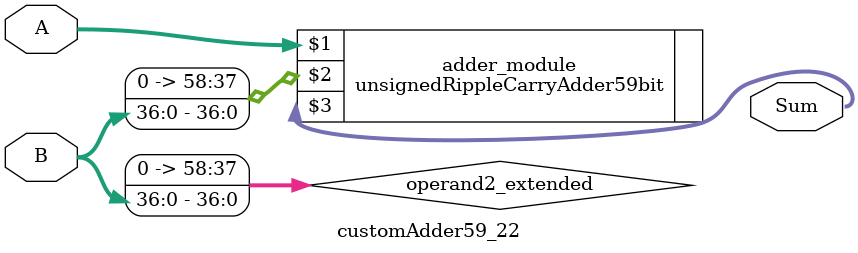
<source format=v>
module customAdder59_22(
                        input [58 : 0] A,
                        input [36 : 0] B,
                        
                        output [59 : 0] Sum
                );

        wire [58 : 0] operand2_extended;
        
        assign operand2_extended =  {22'b0, B};
        
        unsignedRippleCarryAdder59bit adder_module(
            A,
            operand2_extended,
            Sum
        );
        
        endmodule
        
</source>
